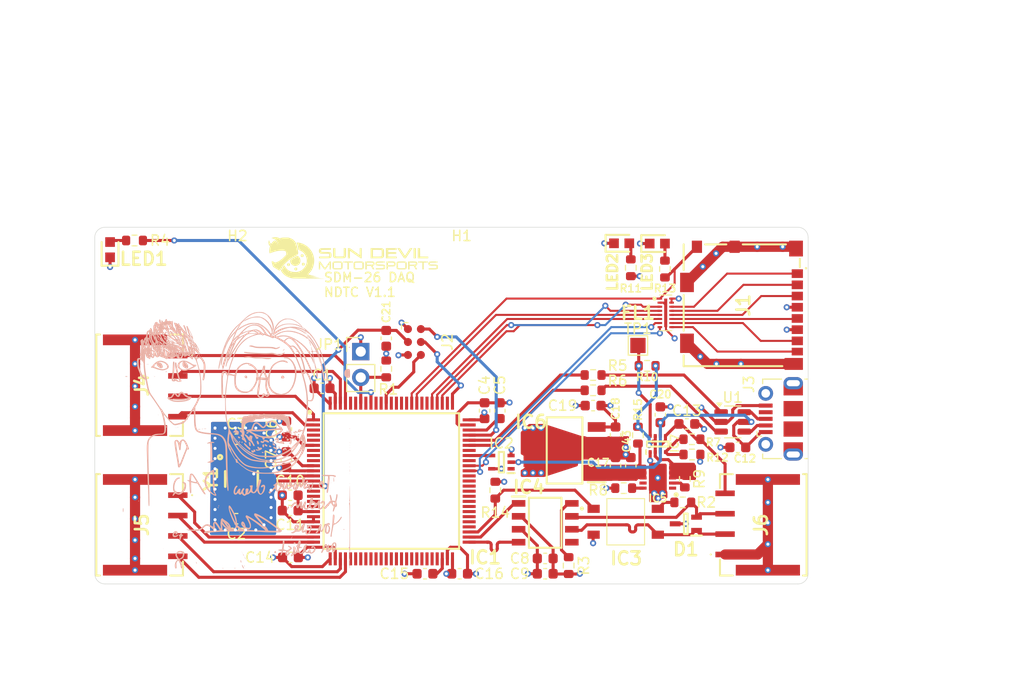
<source format=kicad_pcb>
(kicad_pcb (version 20241229) (generator "pcbnew") (generator_version "9.0")
  (layers (0 "F.Cu" signal) (4 "In1.Cu" signal) (6 "In2.Cu" signal) (2 "B.Cu" signal) (13 "F.Paste" user) (15 "B.Paste" user) (5 "F.SilkS" user "F.Silkscreen") (7 "B.SilkS" user "B.Silkscreen") (1 "F.Mask" user) (3 "B.Mask" user) (25 "Edge.Cuts" user))
  (net 0 "")
  (net 1 "GND")
  (net 2 "/HSE_OUT")
  (net 3 "/HSE_IN")
  (net 4 "+3.3V")
  (net 5 "VCC")
  (net 6 "GNDA")
  (net 7 "VBUS")
  (net 8 "/CAN_LOW")
  (net 9 "/CAN_HI")
  (net 10 "/SDMMC1_D3")
  (net 11 "Net-(FL1-DAT2_EX)")
  (net 12 "/SDMMC1_CMD")
  (net 13 "Net-(FL1-CMD_EX)")
  (net 14 "/SDMMC1_CK")
  (net 15 "Net-(FL1-DAT1_EX)")
  (net 16 "/SDMMC1_D2")
  (net 17 "Net-(FL1-CLK_EX)")
  (net 18 "Net-(FL1-DAT3_EX)")
  (net 19 "/SDMMC1_D0")
  (net 20 "Net-(FL1-DAT0_EX)")
  (net 21 "/SDMMC1_D1")
  (net 22 "/SDMMC1_CD")
  (net 33 "/Reset")
  (net 38 "WheelSpeed_2")
  (net 39 "WheelSpeed_4")
  (net 40 "/USB_OTG_DM")
  (net 45 "/SWDIO")
  (net 49 "Net-(IC1-BOOT0)")
  (net 52 "/USB_OTG_DP")
  (net 54 "/SWCLK")
  (net 62 "/FDCAN2_RX")
  (net 68 "/FDCAN2_TX")
  (net 69 "/USER_LED")
  (net 70 "/ECU_Feedback")
  (net 73 "/CAN_TERM")
  (net 75 "/SWO")
  (net 77 "WheelSpeed_3")
  (net 82 "/USB_OTG_VBUS")
  (net 86 "TC_Prediction")
  (net 90 "WheelSpeed_1")
  (net 92 "Net-(IC3-Pad6)")
  (net 93 "+5V")
  (net 96 "Net-(J3-D+)")
  (net 104 "Net-(J3-D-)")
  (net 105 "Net-(LED1-A)")
  (net 106 "Net-(IC1-VCAP_2)")
  (net 107 "Net-(IC1-VCAP_1)")
  (net 108 "Net-(LED2-A)")
  (net 111 "Net-(IC4-Rs)")
  (net 113 "Net-(IC5-ILIM)")
  (net 115 "Net-(IC5-EN{slash}UVLO)")
  (net 116 "Net-(IC7-ST)")
  (net 117 "Net-(R5-Pad1)")
  (net 118 "Net-(R6-Pad2)")
  (net 119 "/MISC_1")
  (net 120 "/MISC_2")
  (net 125 "Net-(IC7-PR1)")
  (net 126 "Net-(LED3-A)")
  (net 127 "/EFUSE_OUT")
  (footprint "SDM_MiscFootprint:ABM3B" (layer "F.Cu") (at 114.4 139.7 -90)
    (property "Reference" "Y1")
    (property "Value" "ABM3B-8.000MHZ-10-1-U-T" (hide yes))
  )
  (footprint "SDM_MiscFootprint:SM04BULHK1TA1ETBHF" (layer "F.Cu") (at 104.4 130.5 90)
    (property "Reference" "J4")
    (property "Value" "SM04B-ULHK-1TA1-ETB_HF_" (hide yes))
  )
  (footprint "Connector_PinHeader_2.54mm:PinHeader_1x02_P2.54mm_Vertical" (layer "F.Cu") (at 126.1 127.2)
    (property "Reference" "JP1")
    (property "Value" "BOOT")
  )
  (footprint "Resistor_SMD:R_0603_1608Metric" (layer "F.Cu") (at 153.3 135.4 -90)
    (property "Reference" "R15")
    (property "Value" "0")
  )
  (footprint "SDM_MiscFootprint:SOT65P210X110-5L" (layer "F.Cu") (at 139.9 138.05 180)
    (property "Reference" "IC2")
    (property "Value" "74LVC1G17SE-7" (hide yes))
  )
  (footprint "Resistor_SMD:R_0603_1608Metric" (layer "F.Cu") (at 148.9 131)
    (property "Reference" "R6")
    (property "Value" "27")
  )
  (footprint "Capacitor_SMD:C_0603_1608Metric" (layer "F.Cu") (at 132.4 149 180)
    (property "Reference" "C15")
    (property "Value" "2.2uF")
  )
  (footprint "MountingHole:MountingHole_3.2mm_M3" (layer "F.Cu") (at 136 120)
    (property "Reference" "H1")
    (property "Value" "M3")
  )
  (footprint "Capacitor_SMD:C_0603_1608Metric" (layer "F.Cu") (at 118.8 137.8 90)
    (property "Reference" "C7")
    (property "Value" "100nF")
  )
  (footprint "Capacitor_SMD:C_0603_1608Metric" (layer "F.Cu") (at 119.175 142.8 180)
    (property "Reference" "C11")
    (property "Value" "1uF")
  )
  (footprint "Resistor_SMD:R_0603_1608Metric" (layer "F.Cu") (at 154.2 128.6 180)
    (property "Reference" "R10")
    (property "Value" "10k")
  )
  (footprint "Package_TO_SOT_SMD:SOT-23-6" (layer "F.Cu") (at 162.6 134.1)
    (property "Reference" "U1")
    (property "Value" "USBLC6-2SC6")
  )
  (footprint "SDM_MiscFootprint:SM04BULHK1TA1ETBHF" (layer "F.Cu") (at 165.6 144.2 -90)
    (property "Reference" "J6")
    (property "Value" "SM04B-ULHK-1TA1-ETB_HF_" (hide yes))
  )
  (footprint "SDM_MiscFootprint:SOIC127P600X175-8L" (layer "F.Cu") (at 144.2 144)
    (property "Reference" "IC4")
    (property "Value" "SN65HVD230QDR" (hide yes))
  )
  (footprint "SDM_MiscFootprint:1040310811" (layer "F.Cu") (at 163.644 122.655 90)
    (property "Reference" "J1")
    (property "Value" "104031-0811" (hide yes))
  )
  (footprint "Capacitor_SMD:C_0603_1608Metric" (layer "F.Cu") (at 128.6 125.9 -90)
    (property "Reference" "C21")
    (property "Value" "100nF")
  )
  (footprint "SDM_MiscFootprint:SOTFL50P160X60-8L" (layer "F.Cu") (at 155.25 136.2695 90)
    (property "Reference" "IC7")
    (property "Value" "TPS2116DRLR" (hide yes))
  )
  (footprint "TestPoint:TestPoint_Pad_1.5x1.5mm" (layer "F.Cu") (at 153.3 126.6)
    (property "Reference" "TP1")
    (property "Value" "ST_5V")
  )
  (footprint "Capacitor_SMD:C_0603_1608Metric" (layer "F.Cu") (at 139.75 133 -90)
    (property "Reference" "C5")
    (property "Value" "2.2uF")
  )
  (footprint "Resistor_SMD:R_0603_1608Metric" (layer "F.Cu") (at 128.6 128.9 -90)
    (property "Reference" "R1")
    (property "Value" "10k")
  )
  (footprint "Capacitor_SMD:C_0603_1608Metric" (layer "F.Cu") (at 122.3 130.8 180)
    (property "Reference" "C1")
    (property "Value" "100nF")
  )
  (footprint "LOGO" (layer "F.Cu") (at 125.4 118)
    (property "Reference" "G***" (hide yes))
    (property "Value" "LOGO" (hide yes))
  )
  (footprint "SDM_MiscFootprint:LEDC1608X80N" (layer "F.Cu") (at 151.7 116.575)
    (property "Reference" "LED2")
    (property "Value" "150060RS75000" (hide yes))
  )
  (footprint "Resistor_SMD:R_0603_1608Metric" (layer "F.Cu") (at 157.9 139.7 -90)
    (property "Reference" "R9")
    (property "Value" "1M")
  )
  (footprint "Resistor_SMD:R_0603_1608Metric" (layer "F.Cu") (at 139.3 140.8 -90)
    (property "Reference" "R14")
    (property "Value" "10k")
  )
  (footprint "Capacitor_SMD:C_0603_1608Metric" (layer "F.Cu") (at 155.5 133.4 90)
    (property "Reference" "C20")
    (property "Value" "1uF")
  )
  (footprint "SDM_MiscFootprint:Tag-Connect_TC2030-IDC-NL_2x03_P1.27mm_Vertical" (layer "F.Cu") (at 131.365 126.26 -90)
    (property "Reference" "J2")
    (property "Value" "Conn_ARM_SWD_TagConnect_TC2030-NL")
  )
  (footprint "Resistor_SMD:R_0603_1608Metric" (layer "F.Cu") (at 158.6 137.3)
    (property "Reference" "R12")
    (property "Value" "10k")
  )
  (footprint "Capacitor_SMD:C_0603_1608Metric" (layer "F.Cu") (at 113.9 143.6 180)
    (property "Reference" "C2")
    (property "Value" "6pF")
  )
  (footprint "SDM_MiscFootprint:LEDC1608X80N" (layer "F.Cu") (at 101.5 117.2 90)
    (property "Reference" "LED1")
    (property "Value" "150060GS75000" (hide yes))
  )
  (footprint "Capacitor_SMD:C_0603_1608Metric" (layer "F.Cu") (at 135.8 149 180)
    (property "Reference" "C16")
    (property "Value" "100nF")
  )
  (footprint "Capacitor_SMD:C_0603_1608Metric" (layer "F.Cu") (at 152.6 138.375 90)
    (property "Reference" "C43")
    (property "Value" "1uF")
  )
  (footprint "Capacitor_SMD:C_0603_1608Metric" (layer "F.Cu") (at 151.1 138.375 -90)
    (property "Reference" "C17")
    (property "Value" "10uF")
  )
  (footprint "Resistor_SMD:R_0603_1608Metric" (layer "F.Cu") (at 151.9 140.6)
    (property "Reference" "R8")
    (property "Value" "60.4k")
  )
  (footprint "SDM_MiscFootprint:SM04BULHK1TA1ETBHF" (layer "F.Cu") (at 104.4 144.2 90)
    (property "Reference" "J5")
    (property "Value" "SM04B-ULHK-1TA1-ETB_HF_" (hide yes))
  )
  (footprint "Capacitor_SMD:C_0603_1608Metric" (layer "F.Cu") (at 119.175 141.3)
    (property "Reference" "C10")
    (property "Value" "100nF")
  )
  (footprint "Resistor_SMD:R_0603_1608Metric" (layer "F.Cu") (at 148.9 129.5 180)
    (property "Reference" "R5")
    (property "Value" "27")
  )
  (footprint "SDM_MiscFootprint:SOT65P210X110-3N" (layer "F.Cu") (at 158 144.1 180)
    (property "Reference" "D1")
    (property "Value" "ESDCAN03-2BWY" (hide yes))
  )
  (footprint "SDM_MiscFootprint:TLP266J" (layer "F.Cu") (at 152.15 143.9)
    (property "Reference" "IC3")
    (property "Value" "TLP175A_TPL,E" (hide yes))
  )
  (footprint "SDM_MiscFootprint:SON50P300X300X100-11L-D" (layer "F.Cu") (at 155.249 139.6 180)
    (property "Reference" "IC5")
    (property "Value" "TPS259250DRCR" (hide yes))
  )
  (footprint "Capacitor_SMD:C_0603_1608Metric" (layer "F.Cu") (at 163.1 136.6)
    (property "Reference" "C12")
    (property "Value" "100nF")
  )
  (footprint "Resistor_SMD:R_0603_1608Metric" (layer "F.Cu") (at 103.9 116.3 180)
    (property "Reference" "R4")
    (property "Value" "5.05")
  )
  (footprint "Capacitor_SMD:C_0603_1608Metric" (layer "F.Cu") (at 144.2 149)
    (property "Reference" "C9")
    (property "Value" "100nF")
  )
  (footprint "Capacitor_SMD:C_0603_1608Metric" (layer "F.Cu") (at 144.2 147.5)
    (property "Reference" "C8")
    (property "Value" "100nF")
  )
  (footprint "Resistor_SMD:R_0603_1608Metric" (layer "F.Cu") (at 146.5 148.2 90)
    (property "Reference" "R3")
    (property "Value" "10k")
  )
  (footprint "SDM_MiscFootprint:QFP50P1600X1600X160-100L" (layer "F.Cu") (at 129.1 139.9)
    (property "Reference" "IC1")
    (property "Value" "STM32H743VIT6" (hide yes))
  )
  (footprint "Capacitor_SMD:C_0603_1608Metric" (layer "F.Cu") (at 118.8 134.8 90)
    (property "Reference" "C6")
    (property "Value" "100nF")
  )
  (footprint "Capacitor_SMD:C_0603_1608Metric" (layer "F.Cu") (at 151.1 135.375 90)
    (property "Reference" "C18")
    (property "Value" "10uF")
  )
  (footprint "Connector_USB:USB_Micro-B_Molex-105017-0001" (layer "F.Cu") (at 167.3 133.8 90)
    (property "Reference" "J3")
    (property "Value" "USB_B_Micro")
  )
  (footprint "SDM_MiscFootprint:SOT230P700X180-4N" (layer "F.Cu") (at 146.1 136.9 180)
    (property "Reference" "IC6")
    (property "Value" "MIC37100-3.3WS" (hide yes))
  )
  (footprint "MountingHole:MountingHole_3.2mm_M3" (layer "F.Cu") (at 114 120)
    (property "Reference" "H2")
    (property "Value" "M3")
  )
  (footprint "Resistor_SMD:R_0603_1608Metric" (layer "F.Cu") (at 157.7 142)
    (property "Reference" "R2")
    (property "Value" "120")
  )
  (footprint "Capacitor_SMD:C_0603_1608Metric" (layer "F.Cu") (at 113.9 135.8)
    (property "Reference" "C3")
    (property "Value" "6pF")
  )
  (footprint "Resistor_SMD:R_0603_1608Metric" (layer "F.Cu") (at 155.95 119.1 90)
    (property "Reference" "R13")
    (property "Value" "68")
  )
  (footprint "Capacitor_SMD:C_0603_1608Metric" (layer "F.Cu") (at 138.25 133 -90)
    (property "Reference" "C4")
    (property "Value" "100nF")
  )
  (footprint "Capacitor_SMD:C_0603_1608Metric" (layer "F.Cu") (at 158.1 134.3 180)
    (property "Reference" "C13")
    (property "Value" "1uF")
  )
  (footprint "Resistor_SMD:R_0603_1608Metric" (layer "F.Cu") (at 158.6 135.8 180)
    (property "Reference" "R7")
    (property "Value" "10k")
  )
  (footprint "SDM_MiscFootprint:LEDC1608X80N" (layer "F.Cu") (at 155.2 116.6)
    (property "Reference" "LED3")
    (property "Value" "150060RS75000" (hide yes))
  )
  (footprint "Resistor_SMD:R_0603_1608Metric" (layer "F.Cu") (at 152.6 118.975 90)
    (property "Reference" "R11")
    (property "Value" "68")
  )
  (footprint "SDM_MiscFootprint:EMIF06MSD02N16" (layer "F.Cu") (at 155.825 123.4 -90)
    (property "Reference" "FL1")
    (property "Value" "EMIF06-MSD02N16" (hide yes))
  )
  (footprint "Capacitor_SMD:C_0603_1608Metric" (layer "F.Cu") (at 148.9 132.5)
    (property "Reference" "C19")
    (property "Value" "4.7uF")
  )
  (footprint "Capacitor_SMD:C_0603_1608Metric" (layer "F.Cu") (at 119.2 147.4)
    (property "Reference" "C14")
    (property "Value" "100nF")
  )
  (footprint "LOGO" (layer "B.Cu") (at 113.9 135.8 180)
    (property "Reference" "G***" (hide yes))
    (property "Value" "LOGO" (hide yes))
  )
  (gr_line (start 101 115) (end 169 115) (stroke (width 0.05)) (layer "Edge.Cuts"))
  (gr_arc (start 170 149) (mid 169.707107 149.707107) (end 169 150) (stroke (width 0.05)) (layer "Edge.Cuts"))
  (gr_arc (start 100 116) (mid 100.292893 115.292893) (end 101 115) (stroke (width 0.05)) (layer "Edge.Cuts"))
  (gr_arc (start 101 150) (mid 100.292893 149.707107) (end 100 149) (stroke (width 0.05)) (layer "Edge.Cuts"))
  (gr_line (start 100 149) (end 100 116) (stroke (width 0.05)) (layer "Edge.Cuts"))
  (gr_line (start 170 116) (end 170 149) (stroke (width 0.05)) (layer "Edge.Cuts"))
  (gr_line (start 169 150) (end 101 150) (stroke (width 0.05)) (layer "Edge.Cuts"))
  (gr_arc (start 169 115) (mid 169.707107 115.292893) (end 170 116) (stroke (width 0.05)) (layer "Edge.Cuts"))
  (gr_text "SDM-26 DAQ\nNDTC V1.1" (at 122.4 121.9 0) (layer "F.SilkS") (effects (font (size 0.9 0.9)) (justify left bottom)))
  (segment (start 154.5 137.9) (end 154.5 137.0575) (width 0.3) (layer "F.Cu") (net 1))
  (segment (start 113.125 143.6) (end 113.125 141.775) (width 0.3) (layer "F.Cu") (net 1))
  (segment (start 159.414 127.686) (end 158.113 126.385) (width 1) (layer "F.Cu") (net 1))
  (segment (start 113.125 143.6) (end 113.125 144.375) (width 0.3) (layer "F.Cu") (net 1))
  (segment (start 147.575 149.025) (end 147.6 149) (width 0.3) (layer "F.Cu") (net 1))
  (segment (start 138.25 132.225) (end 139.75 132.225) (width 0.3) (layer "F.Cu") (net 1))
  (segment (start 168.638 116.915) (end 168.813 117.09) (width 1) (layer "F.Cu") (net 1))
  (segment (start 136.625 132.225) (end 138.25 132.225) (width 0.3) (layer "F.Cu") (net 1))
  (segment (start 144.975 146.512) (end 144.975 147.5) (width 0.3) (layer "F.Cu") (net 1))
  (segment (start 123.1 132.262) (end 122.987 132.262) (width 0.3) (layer "F.Cu") (net 1))
  (segment (start 149.95 137.6) (end 149.25 136.9) (width 0.3) (layer "F.Cu") (net 1))
  (segment (start 136.575 149) (end 137.4 149) (width 0.3) (layer "F.Cu") (net 1))
  (segment (start 162.788 116.915) (end 161.613 116.915) (width 1) (layer "F.Cu") (net 1))
  (segment (start 163.4 128.41) (end 161 128.41) (width 1) (layer "F.Cu") (net 1))
  (segment (start 166.05 142) (end 166.05 144) (width 1) (layer "F.Cu") (net 1))
  (segment (start 103.95 145.7) (end 103.95 147.5) (width 1) (layer "F.Cu") (net 1))
  (segment (start 152.3 137.3) (end 152.6 137.6) (width 0.3) (layer "F.Cu") (net 1))
  (segment (start 148.9 145.22) (end 148.95 145.17) (width 0.3) (layer "F.Cu") (net 1))
  (segment (start 151.1 137.6) (end 149.95 137.6) (width 0.3) (layer "F.Cu") (net 1))
  (segment (start 139.75 132.225) (end 140.675 132.225) (width 0.3) (layer "F.Cu") (net 1))
  (segment (start 150.2 140.6) (end 151.075 140.6) (width 0.3) (layer "F.Cu") (net 1))
  (segment (start 123.1 147.538) (end 122.338 148.3) (width 0.3) (layer "F.Cu") (net 1))
  (segment (start 140.85 136.85) (end 140.9 136.8) (width 0.3) (layer "F.Cu") (net 1))
  (segment (start 151.65 136.15) (end 151.1 136.15) (width 0.3) (layer "F.Cu") (net 1))
  (segment (start 166.05 139.75) (end 166.05 142) (width 1) (layer "F.Cu") (net 1))
  (segment (start 140.85 137.4) (end 140.85 136.85) (width 0.3) (layer "F.Cu") (net 1))
  (segment (start 103.95 132.6) (end 103.95 133.7) (width 1) (layer "F.Cu") (net 1))
  (segment (start 160.138 128.41) (end 159.414 127.686) (width 1) (layer "F.Cu") (net 1))
  (segment (start 144.975 146.512) (end 141.828 143.365) (width 0.3) (layer "F.Cu") (net 1))
  (segment (start 103.95 140.05) (end 103.95 141.5) (width 1) (layer "F.Cu") (net 1))
  (segment (start 150 136.15) (end 149.25 136.9) (width 0.3) (layer "F.Cu") (net 1))
  (segment (start 118.98781 137.025) (end 118.8 137.025) (width 0.3) (layer "F.Cu") (net 1))
  (segment (start 156.051 123.426) (end 156.025 123.4) (width 0.2) (layer "F.Cu") (net 1))
  (segment (start 118.1 137.025) (end 118.8 137.025) (width 0.3) (layer "F.Cu") (net 1))
  (segment (start 103.95 126.05) (end 103.95 128.4) (width 1) (layer "F.Cu") (net 1))
  (segment (start 113.125 141.775) (end 113.2 141.7) (width 0.3) (layer "F.Cu") (net 1))
  (segment (start 159.28076 134.3) (end 159.79038 134.80962) (width 0.3) (layer "F.Cu") (net 1))
  (segment (start 146.5 149.025) (end 145 149.025) (width 0.3) (layer "F.Cu") (net 1))
  (segment (start 161 128.41) (end 160.138 128.41) (width 1) (layer "F.Cu") (net 1))
  (segment (start 162.788 116.915) (end 165 116.915) (width 1) (layer "F.Cu") (net 1))
  (segment (start 165.8375 132.5) (end 163.012322 132.5) (width 0.3) (layer "F.Cu") (net 1))
  (segment (start 148.9 146) (end 148.9 145.22) (width 0.3) (layer "F.Cu") (net 1))
  (segment (start 141.589 143.465) (end 141.928 143.465) (width 0.3) (layer "F.Cu") (net 1))
  (segment (start 113.125 144.375) (end 112.8 144.7) (width 0.3) (layer "F.Cu") (net 1))
  (segment (start 115.6 139.2) (end 115.6 137.7) (width 0.3) (layer "F.Cu") (net 1))
  (segment (start 134.9 146.4) (end 135.8 146.4) (width 0.3) (layer "F.Cu") (net 1))
  (segment (start 122.338 148.3) (end 119.325 148.3) (width 0.3) (layer "F.Cu") (net 1))
  (segment (start 122.987 132.262) (end 121.525 130.8) (width 0.3) (layer "F.Cu") (net 1))
  (segment (start 123.1 132.362) (end 123.087 132.362) (width 0.3) (layer "F.Cu") (net 1))
  (segment (start 156.025 123.4) (end 156.025 122.625) (width 0.2) (layer "F.Cu") (net 1))
  (segment (start 136.575 147.175) (end 136.575 149) (width 0.3) (layer "F.Cu") (net 1))
  (segment (start 151.1 136.15) (end 150 136.15) (width 0.3) (layer "F.Cu") (net 1))
  (segment (start 156.9 125.9) (end 156.051 125.051) (width 0.2) (layer "F.Cu") (net 1))
  (segment (start 136.738 134.4) (end 135.7 134.4) (width 0.3) (layer "F.Cu") (net 1))
  (segment (start 135.7 134.4) (end 135.55 134.25) (width 0.3) (layer "F.Cu") (net 1))
  (segment (start 165 116.915) (end 167.5 116.915) (width 1) (layer "F.Cu") (net 1))
  (segment (start 161.85 147.11) (end 165.04 147.11) (width 1) (layer "F.Cu") (net 1))
  (segment (start 162.6 133.624998) (end 162.124998 134.1) (width 0.3) (layer "F.Cu") (net 1))
  (segment (start 166.05 146.1) (end 166.05 148.65) (width 1) (layer "F.Cu") (net 1))
  (segment (start 152.1 137.3) (end 151.8 137.6) (width 0.3) (layer "F.Cu") (net 1))
  (segment (start 161.613 116.915) (end 160.964 117.564) (width 1) (layer "F.Cu") (net 1))
  (segment (start 147.2 132.5) (end 148.125 132.5) (width 0.3) (layer "F.Cu") (net 1))
  (segment (start 166.05 144) (end 166.05 146.1) (width 1) (layer "F.Cu") (net 1))
  (segment (start 101.5 117.95) (end 101.5 118.9) (width 0.3) (layer "F.Cu") (net 1))
  (segment (start 156.95 144.1) (end 158 144.1) (width 0.3) (layer "F.Cu") (net 1))
  (segment (start 159.425 137.975) (end 159.4 138) (width 0.3) (layer "F.Cu") (net 1))
  (segment (start 103.95 147.5) (end 103.95 148.599) (width 1) (layer "F.Cu") (net 1))
  (segment (start 118.425 147.4) (end 117.5 147.4) (width 0.3) (layer "F.Cu") (net 1))
  (segment (start 131.625 149) (end 130.4 149) (width 0.3) (layer "F.Cu") (net 1))
  (segment (start 139.3 139.975) (end 140.175 139.975) (width 0.3) (layer "F.Cu") (net 1))
  (segment (start 167.5 116.915) (end 168.638 116.915) (width 1) (layer "F.Cu") (net 1))
  (segment (start 160.964 117.564) (end 159.664 118.864) (width 1) (layer "F.Cu") (net 1))
  (segment (start 118.8 137.1) (end 118.8 137.025) (width 0.2) (layer "F.Cu") (net 1))
  (segment (start 158.875 134.3) (end 159.28076 134.3) (width 0.3) (layer "F.Cu") (net 1))
  (segment (start 134.6 147.538) (end 134.6 146.7) (width 0.3) (layer "F.Cu") (net 1))
  (segment (start 130.73 127.53) (end 129.83 127.53) (width 0.3) (layer "F.Cu") (net 1))
  (segment (start 168.938 125.05) (end 167.9 125.05) (width 0.3) (layer "F.Cu") (net 1))
  (segment (start 144.975 147.5) (end 144.975 149) (width 0.3) (layer "F.Cu") (net 1))
  (segment (start 162.325 136.6) (end 161.4 136.6) (width 0.3) (layer "F.Cu") (net 1))
  (segment (start 135.8 146.4) (end 136.575 147.175) (width 0.3) (layer "F.Cu") (net 1))
  (segment (start 152.1 137.3) (end 152.3 137.3) (width 0.3) (layer "F.Cu") (net 1))
  (segment (start 103.95 130.6) (end 103.95 132.6) (width 1) (layer "F.Cu") (net 1))
  (segment (start 155.45 122.4) (end 155.8 122.4) (width 0.2) (layer "F.Cu") (net 1))
  (segment (start 146.5 149.025) (end 147.575 149.025) (width 0.3) (layer "F.Cu") (net 1))
  (segment (start 141.828 143.365) (end 141.589 143.365) (width 0.3) (layer "F.Cu") (net 1))
  (segment (start 163.012322 132.5) (end 162.6 132.912322) (width 0.3) (layer "F.Cu") (net 1))
  (segment (start 128.6 127.4) (end 128.6 126.675) (width 0.3) (layer "F.Cu") (net 1))
  (segment (start 103.95 141.5) (end 103.95 143.6) (width 1) (layer "F.Cu") (net 1))
  (segment (start 159.664 118.864) (end 158.113 120.415) (width 1) (layer "F.Cu") (net 1))
  (segment (start 160.91924 134.1) (end 159.50962 132.69038) (width 0.3) (layer "F.Cu") (net 1))
  (segment (start 113.125 135.8) (end 113.125 135.025) (width 0.3) (layer "F.Cu") (net 1))
  (segment (start 140.675 132.225) (end 140.7 132.2) (width 0.3) (layer "F.Cu") (net 1))
  (segment (start 161.4625 134.1) (end 160.91924 134.1) (width 0.3) (layer "F.Cu") (net 1))
  (segment (start 155.5 132.625) (end 156.475 132.625) (width 0.3) (layer "F.Cu") (net 1))
  (segment (start 159.425 137.3) (end 159.425 137.975) (width 0.3) (layer "F.Cu") (net 1))
  (segment (start 156.475 132.625) (end 156.5 132.6) (width 0.3) (layer "F.Cu") (net 1))
  (segment (start 103.95 133.7) (end 103.95 134.95) (width 1) (layer "F.Cu") (net 1))
  (segment (start 120.36281 138.4) (end 118.98781 137.025) (width 0.3) (layer "F.Cu") (net 1))
  (segment (start 135.55 134.25) (end 135.55 133.3) (width 0.3) (layer "F.Cu") (net 1))
  (segment (start 118.125 134.025) (end 118.8 134.025) (width 0.3) (layer "F.Cu") (net 1))
  (segment (start 151.1 137.6) (end 151.1 136.15) (width 0.3) (layer "F.Cu") (net 1))
  (segment (start 156.025 122.625) (end 155.8 122.4) (width 0.2) (layer "F.Cu") (net 1))
  (segment (start 123.1 132.362) (end 123.1 132.175) (width 0.3) (layer "F.Cu") (net 1))
  (segment (start 121.525 130.8) (end 121.525 129.8) (width 0.3) (layer "F.Cu") (net 1))
  (segment (start 152.1 136.6) (end 151.65 136.15) (width 0.3) (layer "F.Cu") (net 1))
  (segment (start 121.462 138.4) (end 120.36281 138.4) (width 0.3) (layer "F.Cu") (net 1))
  (segment (start 103.95 128.4) (end 103.95 130.6) (width 1) (layer "F.Cu") (net 1))
  (segment (start 128.6 128.075) (end 128.6 127.4) (width 0.3) (layer "F.Cu") (net 1))
  (segment (start 162.6 132.912322) (end 162.6 133.624998) (width 0.3) (layer "F.Cu") (net 1))
  (segment (start 150.95 116.575) (end 150 116.575) (width 0.3) (layer "F.Cu") (net 1))
  (segment (start 162.124998 134.1) (end 161.4625 134.1) (width 0.3) (layer "F.Cu") (net 1))
  (segment (start 103.95 143.6) (end 103.95 145.7) (width 1) (layer "F.Cu") (net 1))
  (segment (start 119.325 148.3) (end 118.425 147.4) (width 0.3) (layer "F.Cu") (net 1))
  (segment (start 165.04 147.11) (end 166.05 146.1) (width 1) (layer "F.Cu") (net 1))
  (segment (start 151.8 137.6) (end 151.1 137.6) (width 0.3) (layer "F.Cu") (net 1))
  (segment (start 135.55 133.3) (end 136.625 132.225) (width 0.3) (layer "F.Cu") (net 1))
  (segment (start 134.6 146.7) (end 134.9 146.4) (width 0.3) (layer "F.Cu") (net 1))
  (segment (start 113.125 135.025) (end 112.8 134.7) (width 0.3) (layer "F.Cu") (net 1))
  (segment (start 154.45 116.6) (end 153.5 116.6) (width 0.3) (layer "F.Cu") (net 1))
  (segment (start 156.051 125.051) (end 156.051 123.426) (width 0.2) (layer "F.Cu") (net 1))
  (segment (start 168.588 128.41) (end 163.4 128.41) (width 1) (layer "F.Cu") (net 1))
  (segment (start 145 149.025) (end 144.975 149) (width 0.3) (layer "F.Cu") (net 1))
  (via (at 117.299997 138.6) (size 0.6) (drill 0.3) (layers "F.Cu" "B.Cu") (net 1))
  (via (at 166.05 139.75) (size 0.6) (drill 0.3) (layers "F.Cu" "B.Cu") (net 1))
  (via (at 111.8 138.7) (size 0.6) (drill 0.3) (layers "F.Cu" "B.Cu") (net 1))
  (via (at 140.7 132.2) (size 0.6) (drill 0.3) (layers "F.Cu" "B.Cu") (net 1))
  (via (at 121.525 129.8) (size 0.6) (drill 0.3) (layers "F.Cu" "B.Cu") (net 1))
  (via (at 147.6 149) (size 0.6) (drill 0.3) (layers "F.Cu" "B.Cu") (net 1))
  (via (at 112.8 144.7) (size 0.6) (drill 0.3) (layers "F.Cu" "B.Cu") (net 1))
  (via (at 117.3 143.5) (size 0.6) (drill 0.3) (layers "F.Cu" "B.Cu") (net 1))
  (via (at 111.8 143.7) (size 0.6) (drill 0.3) (layers "F.Cu" "B.Cu") (net 1))
  (via (at 167.9 125.05) (size 0.6) (drill 0.3) (layers "F.Cu" "B.Cu") (net 1))
  (via (at 114.8 144.7) (size 0.6) (drill 0.3) (layers "F.Cu" "B.Cu") (net 1))
  (via (at 152.1 136.6) (size 0.6) (drill 0.3) (layers "F.Cu" "B.Cu") (net 1))
  (via (at 111.8 136.7) (size 0.6) (drill 0.3) (layers "F.Cu" "B.Cu") (net 1))
  (via (at 115.6 139.2) (size 0.6) (drill 0.3) (layers "F.Cu" "B.Cu") (net 1))
  (via (at 148.9 146) (size 0.6) (drill 0.3) (layers "F.Cu" "B.Cu") (net 1))
  (via (at 140.9 136.8) (size 0.6) (drill 0.3) (layers "F.Cu" "B.Cu") (net 1))
  (via (at 159.4 138) (size 0.6) (drill 0.3) (layers "F.Cu" "B.Cu") (net 1))
  (via (at 158 144.1) (size 0.6) (drill 0.3) (layers "F.Cu" "B.Cu") (net 1))
  (via (at 163.4 128.41) (size 0.6) (drill 0.3) (layers "F.Cu" "B.Cu") (net 1))
  (via (at 156.9 125.9) (size 0.6) (drill 0.3) (layers "F.Cu" "B.Cu") (net 1))
  (via (at 159.414 127.686) (size 0.6) (drill 0.3) (layers "F.Cu" "B.Cu") (net 1))
  (via (at 161 128.41) (size 0.6) (drill 0.3) (layers "F.Cu" "B.Cu") (net 1))
  (via (at 115.8 134.7) (size 0.6) (drill 0.3) (layers "F.Cu" "B.Cu") (net 1))
  (via (at 166.05 146.1) (size 0.6) (drill 0.3) (layers "F.Cu" "B.Cu") (net 1))
  (via (at 166.05 144) (size 0.6) (drill 0.3) (layers "F.Cu" "B.Cu") (net 1))
  (via (at 103.95 145.7) (size 0.6) (drill 0.3) (layers "F.Cu" "B.Cu") (net 1))
  (via (at 137.4 149) (size 0.6) (drill 0.3) (layers "F.Cu" "B.Cu") (net 1))
  (via (at 114.8 134.7) (size 0.6) (drill 0.3) (layers "F.Cu" "B.Cu") (net 1))
  (via (at 161.4 136.6) (size 0.6) (drill 0.3) (layers "F.Cu" "B.Cu") (net 1))
  (via (at 103.95 139.75) (size 0.6) (drill 0.3) (layers "F.Cu" "B.Cu") (net 1))
  (via (at 103.95 128.4) (size 0.6) (drill 0.3) (layers "F.Cu" "B.Cu") (net 1))
  (via (at 159.50962 132.69038) (size 0.6) (drill 0.3) (layers "F.Cu" "B.Cu") (net 1))
  (via (at 142.2 139.1) (size 0.6) (drill 0.3) (layers "F.Cu" "B.Cu") (net 1))
  (via (at 159.79038 134.80962) (size 0.6) (drill 0.3) (layers "F.Cu" "B.Cu") (net 1))
  (via (at 103.95 143.6) (size 0.6) (drill 0.3) (layers "F.Cu" "B.Cu") (net 1))
  (via (at 155.7 141.1) (size 0.6) (drill 0.3) (layers "F.Cu" "B.Cu") (net 1))
  (via (at 117.3 135.9) (size 0.6) (drill 0.3) (layers "F.Cu" "B.Cu") (net 1))
  (via (at 111.8 139.7) (size 0.6) (drill 0.3) (layers "F.Cu" "B.Cu") (net 1))
  (via (at 103.95 134.95) (size 0.6) (drill 0.3) (layers "F.Cu" "B.Cu") (net 1))
  (via (at 117.3 136.9) (size 0.6) (drill 0.3) (layers "F.Cu" "B.Cu") (net 1))
  (via (at 117.3 137.9) (size 0.6) (drill 0.3) (layers "F.Cu" "B.Cu") (net 1))
  (via (at 117.5 147.4) (size 0.6) (drill 0.3) (layers "F.Cu" "B.Cu") (net 1))
  (via (at 167.5 116.915) (size 0.6) (drill 0.3) (layers "F.Cu" "B.Cu") (net 1))
  (via (at 111.8 142.7) (size 0.6) (drill 0.3) (layers "F.Cu" "B.Cu") (net 1))
  (via (at 116.6 144.2) (size 0.6) (drill 0.3) (layers "F.Cu" "B.Cu") (net 1))
  (via (at 103.95 141.5) (size 0.6) (drill 0.3) (layers "F.Cu" "B.Cu") (net 1))
  (via (at 159.664 118.864) (size 0.6) (drill 0.3) (layers "F.Cu" "B.Cu") (net 1))
  (via (at 150 116.575) (size 0.6) (drill 0.3) (layers "F.Cu" "B.Cu") (net 1))
  (via (at 103.95 147.5) (size 0.6) (drill 0.3) (layers "F.Cu" "B.Cu") (net 1))
  (via (at 155.249 139.6) (size 0.6) (drill 0.3) (layers "F.Cu" "B.Cu") (net 1))
  (via (at 130.4 149) (size 0.6) (drill 0.3) (layers "F.Cu" "B.Cu") (net 1))
  (via (at 113.8 144.7) (size 0.6) (drill 0.3) (layers "F.Cu" "B.Cu") (net 1))
  (via (at 154.9 141.1) (size 0.6) (drill 0.3) (layers "F.Cu" "B.Cu") (net 1))
  (via (at 160.964 117.564) (size 0.6) (drill 0.3) (layers "F.Cu" "B.Cu") (net 1))
  (via (at 128.6 127.4) (size 0.6) (drill 0.3) (layers "F.Cu" "B.Cu") (net 1))
  (via (at 147.2 132.5) (size 0.6) (drill 0.3) (layers "F.Cu" "B.Cu") (net 1))
  (via (at 111.8 135.7) (size 0.6) (drill 0.3) (layers "F.Cu" "B.Cu") (net 1))
  (via (at 112.8 134.7) (size 0.6) (drill 0.3) (layers "F.Cu" "B.Cu") (net 1))
  (via (at 111.8 134.7) (size 0.6) (drill 0.3) (layers "F.Cu" "B.Cu") (net 1))
  (via (at 166.05 142) (size 0.6) (drill 0.3) (layers "F.Cu" "B.Cu") (net 1))
  (via (at 140.175 139.975) (size 0.6) (drill 0.3) (layers "F.Cu" "B.Cu") (net 1))
  (via (at 115.8 144.7) (size 0.6) (drill 0.3) (layers "F.Cu" "B.Cu") (net 1))
  (via (at 103.95 148.65) (size 0.6) (drill 0.3) (layers "F.Cu" "B.Cu") (net 1))
  (via (at 166.05 148.65) (size 0.6) (drill 0.3) (layers "F.Cu" "B.Cu") (net 1))
  (via (at 103.95 130.6) (size 0.6) (drill 0.3) (layers "F.Cu" "B.Cu") (net 1))
  (via (at 103.95 126.05) (size 0.6) (drill 0.3) (layers "F.Cu" "B.Cu") (net 1))
  (via (at 101.5 118.9) (size 0.6) (drill 0.3) (layers "F.Cu" "B.Cu") (net 1))
  (via (at 117.3 142.5) (size 0.6) (drill 0.3) (layers "F.Cu" "B.Cu") (net 1))
  (via (at 143.8 139.1) (size 0.6) (drill 0.3) (layers "F.Cu" "B.Cu") (net 1))
  (via (at 143.8 134.7) (size 0.6) (drill 0.3) (layers "F.Cu" "B.Cu") (net 1))
  (via (at 117.3 140.8) (size 0.6) (drill 0.3) (layers "F.Cu" "B.Cu") (net 1))
  (via (at 143 139.1) (size 0.6) (drill 0.3) (layers "F.Cu" "B.Cu") (net 1))
  (via (at 165 116.915) (size 0.6) (drill 0.3) (layers "F.Cu" "B.Cu") (net 1))
  (via (at 150.2 140.6) (size 0.6) (drill 0.3) (layers "F.Cu" "B.Cu") (net 1))
  (via (at 113.8 134.7) (size 0.6) (drill 0.3) (layers "F.Cu" "B.Cu") (net 1))
  (via (at 111.8 141.7) (size 0.6) (drill 0.3) (layers "F.Cu" "B.Cu") (net 1))
  (via (at 118.125 134.025) (size 0.6) (drill 0.3) (layers "F.Cu" "B.Cu") (net 1))
  (via (at 143 134.7) (size 0.6) (drill 0.3) (layers "F.Cu" "B.Cu") (net 1))
  (via (at 118.1 137.025) (size 0.6) (drill 0.3) (layers "F.Cu" "B.Cu") (net 1))
  (via (at 111.8 144.7) (size 0.6) (drill 0.3) (layers "F.Cu" "B.Cu") (net 1))
  (via (at 129.8 127.56) (size 0.6) (drill 0.3) (layers "F.Cu" "B.Cu") (net 1))
  (via (at 156.5 132.6) (size 0.6) (drill 0.3) (layers "F.Cu" "B.Cu") (net 1))
  (via (at 155.3 141.6) (size 0.6) (drill 0.3) (layers "F.Cu" "B.Cu") (net 1))
  (via (at 116.6 135.2) (size 0.6) (drill 0.3) (layers "F.Cu" "B.Cu") (net 1))
  (via (at 154.5 137.9) (size 0.6) (drill 0.3) (layers "F.Cu" "B.Cu") (net 1))
  (via (at 111.8 137.7) (size 0.6) (drill 0.3) (layers "F.Cu" "B.Cu") (net 1))
  (via (at 142.2 134.7) (size 0.6) (drill 0.3) (layers "F.Cu" "B.Cu") (net 1))
  (via (at 111.8 140.7) (size 0.6) (drill 0.3) (layers "F.Cu" "B.Cu") (net 1))
  (via (at 103.95 132.6) (size 0.6) (drill 0.3) (layers "F.Cu" "B.Cu") (net 1))
  (via (at 153.5 116.6) (size 0.6) (drill 0.3) (layers "F.Cu" "B.Cu") (net 1))
  (via (at 117.3 141.5) (size 0.6) (drill 0.3) (layers "F.Cu" "B.Cu") (net 1))
  (via (at 152.1 137.3) (size 0.6) (drill 0.3) (layers "F.Cu" "B.Cu") (net 1))
  (segment (start 116.6 142.7) (end 115.7 143.6) (width 0.3) (layer "F.Cu") (net 2))
  (segment (start 115.7 143.6) (end 114.675 143.6) (width 0.3) (layer "F.Cu") (net 2))
  (segment (start 117.279346 139.9) (end 116.6 140.579346) (width 0.3) (layer "F.Cu") (net 2))
  (segment (start 114.675 143.6) (end 114.675 142.625) (width 0.3) (layer "F.Cu") (net 2))
  (segment (start 121.462 139.9) (end 117.279346 139.9) (width 0.3) (layer "F.Cu") (net 2))
  (segment (start 116.6 140.579346) (end 116.6 142.7) (width 0.3) (layer "F.Cu") (net 2))
  (segment (start 114.675 142.625) (end 115.6 141.7) (width 0.3) (layer "F.Cu") (net 2))
  (segment (start 115.902 135.8) (end 114.675 135.8) (width 0.3) (layer "F.Cu") (net 3))
  (segment (start 113.2 137.7) (end 113.2 137.275) (width 0.3) (layer "F.Cu") (net 3))
  (segment (start 113.2 137.275) (end 114.675 135.8) (width 0.3) (layer "F.Cu") (net 3))
  (segment (start 117.1 139.4) (end 116.551 138.851) (width 0.3) (layer "F.Cu") (net 3))
  (segment (start 116.551 136.449) (end 115.902 135.8) (width 0.3) (layer "F.Cu") (net 3))
  (segment (start 116.551 138.851) (end 116.551 136.449) (width 0.3) (layer "F.Cu") (net 3))
  (segment (start 121.462 139.4) (end 117.1 139.4) (width 0.3) (layer "F.Cu") (net 3))
  (segment (start 123.075 129.825) (end 123.1 129.8) (width 0.3) (layer "F.Cu") (net 4))
  (segment (start 119.675 135.575) (end 118.8 135.575) (width 0.3) (layer "F.Cu") (net 4))
  (segment (start 123.4 146.4) (end 120.83302 146.4) (width 0.3) (layer "F.Cu") (net 4))
  (segment (start 121.462 143.9) (end 121.462 143.501) (width 0.3) (layer "F.Cu") (net 4))
  (segment (start 152.6 119.8) (end 153.475 119.8) (width 0.3) (layer "F.Cu") (net 4))
  (segment (start 130.1 124.36) (end 130.73 124.99) (width 0.3) (layer "F.Cu") (net 4))
  (segment (start 118.8 135.575) (end 118.125 135.575) (width 0.3) (layer "F.Cu") (net 4))
  (segment (start 120 147.3) (end 119.975 147.3) (width 0.2) (layer "F.Cu") (net 4))
  (segment (start 156.6 122) (end 157.3 122) (width 0.2) (layer "F.Cu") (net 4))
  (segment (start 120.83302 146.4) (end 119.975 147.25802) (width 0.3) (layer "F.Cu") (net 4))
  (segment (start 136.738 133.9) (end 138.125 133.9) (width 0.3) (layer "F.Cu") (net 4))
  (segment (start 119.975 147.25802) (end 119.975 147.4) (width 0.3) (layer "F.Cu") (net 4))
  (segment (start 123.6 132.262) (end 123.6 131.325) (width 0.3) (layer "F.Cu") (net 4))
  (segment (start 143.425 147.5) (end 143.425 149) (width 0.3) (layer "F.Cu") (net 4))
  (segment (start 135.025 149) (end 135.101 148.924) (width 0.3) (layer "F.Cu") (net 4))
  (segment (start 126.1 127.16) (end 126.1 125.8) (width 0.3) (layer "F.Cu") (net 4))
  (segment (start 120.5 136.4) (end 119.675 135.575) (width 0.3) (layer "F.Cu") (net 4))
  (segment (start 135.025 149) (end 134.5 149) (width 0.3) (layer "F.Cu") (net 4))
  (segment (start 138.25 133.196526) (end 138.228474 133.175) (width 0.3) (layer "F.Cu") (net 4))
  (segment (start 149.675 132.5) (end 150.6 132.5) (width 0.3) (layer "F.Cu") (net 4))
  (segment (start 119.5 143.9) (end 121.462 143.9) (width 0.3) (layer "F.Cu") (net 4))
  (segment (start 143.425 146.232) (end 143.425 147.5) (width 0.3) (layer "F.Cu") (net 4))
  (segment (start 156.6 122) (end 156.6 122.4) (width 0.2) (layer "F.Cu") (net 4))
  (segment (start 118.4 142.8) (end 119.5 143.9) (width 0.3) (layer "F.Cu") (net 4))
  (segment (start 149.25 134.6) (end 151.1 134.6) (width 0.3) (layer "F.Cu") (net 4))
  (segment (start 123.6 146.6) (end 123.4 146.4) (width 0.3) (layer "F.Cu") (net 4))
  (segment (start 123.6 147.538) (end 123.6 146.6) (width 0.3) (layer "F.Cu") (net 4))
  (segment (start 135.101 148.924) (end 135.101 147.538) (width 0.3) (layer "F.Cu") (net 4))
  (segment (start 139.9 138.7) (end 138.95 138.7) (width 0.3) (layer "F.Cu") (net 4))
  (segment (start 123.6 131.325) (end 123.075 130.8) (width 0.3) (layer "F.Cu") (net 4))
  (segment (start 118.8 138.575) (end 118.125 138.575) (width 0.3) (layer "F.Cu") (net 4))
  (segment (start 151.1 134.6) (end 151.1 133.925) (width 0.3) (layer "F.Cu") (net 4))
  (segment (start 143.425 146.232) (end 141.828 144.635) (width 0.3) (layer "F.Cu") (net 4))
  (segment (start 118.125 138.575) (end 118.1 138.6) (width 0.3) (layer "F.Cu") (net 4))
  (segment (start 143.425 149) (end 142.5 149) (width 0.3) (layer "F.Cu") (net 4))
  (segment (start 138.25 133.775) (end 138.25 133.196526) (width 0.3) (layer "F.Cu") (net 4))
  (segment (start 123.075 130.8) (end 123.075 129.8) (width 0.3) (layer "F.Cu") (net 4))
  (segment (start 121.462 136.4) (end 120.5 136.4) (width 0.3) (layer "F.Cu") (net 4))
  (segment (start 141.828 144.635) (end 141.589 144.635) (width 0.3) (layer "F.Cu") (net 4))
  (segment (start 151.1 133.925) (end 149.675 132.5) (width 0.3) (layer "F.Cu") (net 4))
  (segment (start 168.938 122.85) (end 167.9 122.85) (width 0.3) (layer "F.Cu") (net 4))
  (segment (start 138.125 133.9) (end 138.25 133.775) (width 0.3) (layer "F.Cu") (net 4))
  (segment (start 120.9 147.4) (end 119.975 147.4) (width 0.3) (layer "F.Cu") (net 4))
  (segment (start 119.125 138.9) (end 118.8 138.575) (width 0.3) (layer "F.Cu") (net 4))
  (segment (start 121.462 138.9) (end 119.125 138.9) (width 0.3) (layer "F.Cu") (net 4))
  (segment (start 141.589 144.735) (end 141.928 144.735) (width 0.3) (layer "F.Cu") (net 4))
  (segment (start 118.4 141.3) (end 118.4 142.8) (width 0.3) (layer "F.Cu") (net 4))
  (via (at 118.4 141.3) (size 0.6) (drill 0.3) (layers "F.Cu" "B.Cu") (net 4))
  (via (at 138.228474 133.175) (size 0.6) (drill 0.3) (layers "F.Cu" "B.Cu") (net 4))
  (via (at 153.475 119.8) (size 0.6) (drill 0.3) (layers "F.Cu" "B.Cu") (net 4))
  (via (at 126.1 125.8) (size 0.6) (drill 0.3) (layers "F.Cu" "B.Cu") (net 4))
  (via (at 150.6 132.5) (size 0.6) (drill 0.3) (layers "F.Cu" "B.Cu") (net 4))
  (via (at 134.5 149) (size 0.6) (drill 0.3) (layers "F.Cu" "B.Cu") (net 4))
  (via (at 142.5 149) (size 0.6) (drill 0.3) (layers "F.Cu" "B.Cu") (net 4))
  (via (at 118.1 138.6) (size 0.6) (drill 0.3) (layers "F.Cu" "B.Cu") (net 4))
  (via (at 120.9 147.4) (size 0.6) (drill 0.3) (layers "F.Cu" "B.Cu") (net 4))
  (via (at 130.1 124.36) (size 0.6) (drill 0.3) (layers "F.Cu" "B.Cu") (net 4))
  (via (at 157.3 122) (size 0.6) (drill 0.3) (layers "F.Cu" "B.Cu") (net 4))
  (via (at 167.9 122.85) (size 0.6) (drill 0.3) (layers "F.Cu" "B.Cu") (net 4))
  (via (at 118.125 135.575) (size 0.6) (drill 0.3) (layers "F.Cu" "B.Cu") (net 4))
  (via (at 123.075 129.8) (size 0.6) (drill 0.3) (layers "F.Cu" "B.Cu") (net 4))
  (via (at 139.9 138.7) (size 0.6) (drill 0.3) (layers "F.Cu" "B.Cu") (net 4))
  (segment (start 161.85 141.11) (end 161.85 138.225) (width 0.3) (layer "F.Cu") (net 5))
  (segment (start 161.85 138.225) (end 159.425 135.8) (width 0.3) (layer "F.Cu") (net 5))
  (segment (start 161.9 141.06) (end 161.85 141.11) (width 0.3) (layer "F.Cu") (net 5))
  (segment (start 157.1815 134.3) (end 156 135.4815) (width 0.3) (layer "F.Cu") (net 5))
  (segment (start 155.5 137.0575) (end 155.5 136.4195) (width 0.3) (layer "F.Cu") (net 5))
  (segment (start 157.325 134.3) (end 157.1815 134.3) (width 0.3) (layer "F.Cu") (net 5))
  (segment (start 159.425 135.8) (end 159.034774 135.8) (width 0.3) (layer "F.Cu") (net 5))
  (segment (start 157.175 134.4) (end 157.0815 134.4) (width 0.3) (layer "F.Cu") (net 5))
  (segment (start 159.034774 135.8) (end 157.534774 134.3) (width 0.3) (layer "F.Cu") (net 5))
  (segment (start 155.5 136.4195) (end 156.001 135.9185) (width 0.3) (layer "F.Cu") (net 5))
  (segment (start 157.534774 134.3) (end 157.325 134.3) (width 0.3) (layer "F.Cu") (net 5))
  (segment (start 156.001 135.9185) (end 156.001 135.4815) (width 0.3) (layer "F.Cu") (net 5))
  (segment (start 120.05 142.9) (end 119.95 142.8) (width 0.3) (layer "F.Cu") (net 6))
  (segment (start 121.462 142.9) (end 120.05 142.9) (width 0.3) (layer "F.Cu") (net 6))
  (segment (start 120.15 143) (end 119.95 142.8) (width 0.3) (layer "F.Cu") (net 6))
  (segment (start 119.95 142.8) (end 119.95 142.85) (width 0.3) (layer "F.Cu") (net 6))
  (segment (start 119.95 142.8) (end 119.95 141.3) (width 0.3) (layer "F.Cu") (net 6))
  (segment (start 155.5 135.4815) (end 155.5 134.175) (width 0.3) (layer "F.Cu") (net 7))
  (segment (start 165.8375 135.1) (end 165.3625 135.1) (width 0.3) (layer "F.Cu") (net 7))
  (segment (start 163.875 136.6) (end 165.375 135.1) (width 0.3) (layer "F.Cu") (net 7))
  (segment (start 162.7 134.475001) (end 163.075001 134.1) (width 0.3) (layer "F.Cu") (net 7))
  (segment (start 163.875 136.6) (end 162.7 135.425) (width 0.3) (layer "F.Cu") (net 7))
  (segment (start 141.574998 138.05) (end 140.85 138.05) (width 0.3) (layer "F.Cu") (net 7))
  (segment (start 165.375 135.1) (end 165.8375 135.1) (width 0.3) (layer "F.Cu") (net 7))
  (segment (start 163.7375 134.1) (end 164.43076 134.1) (width 0.3) (layer "F.Cu") (net 7))
  (segment (start 162.7 135.425) (end 162.7 134.475001) (width 0.3) (layer "F.Cu") (net 7))
  (segment (start 163.075001 134.1) (end 163.7375 134.1) (width 0.3) (layer "F.Cu") (net 7))
  (via (at 141.574998 138.05) (size 0.6) (drill 0.3) (layers "F.Cu" "B.Cu") (net 7))
  (via (at 164.43076 134.1) (size 0.6) (drill 0.3) (layers "F.Cu" "B.Cu") (net 7))
  (via (at 155.5 134.175) (size 0.6) (drill 0.3) (layers "F.Cu" "B.Cu") (net 7))
  (segment (start 163.77976 133.449) (end 156.226 133.449) (width 0.3) (layer "B.Cu") (net 7))
  (segment (start 164.43076 134.1) (end 163.77976 133.449) (width 0.3) (layer "B.Cu") (net 7))
  (segment (start 156.226 133.449) (end 155.5 134.175) (width 0.3) (layer "B.Cu") (net 7))
  (segment (start 155.5 137.9) (end 155.5 134.175) (width 0.3) (layer "B.Cu") (net 7))
  (segment (start 148.870654 138.05) (end 141.574998 138.05) (width 0.3) (layer "B.Cu") (net 7))
  (segment (start 149.371654 138.551) (end 154.849 138.551) (width 0.3) (layer "B.Cu") (net 7))
  (segment (start 148.870654 138.05) (end 149.371654 138.551) (width 0.3) (layer "B.Cu") (net 7))
  (segment (start 154.849 138.551) (end 155.5 137.9) (width 0.3) (layer "B.Cu") (net 7))
  (segment (start 152.474393 144.653739) (end 152.474393 144.44) (width 0.3) (layer "F.Cu") (net 8))
  (segment (start 161.84 145.1) (end 161.85 145.11) (width 0.3) (layer "F.Cu") (net 8))
  (segment (start 155.25 145.17) (end 154.28 144.2) (width 0.3) (layer "F.Cu") (net 8))
  (segment (start 158.53 145.17) (end 155.25 145.17) (width 0.3) (layer "F.Cu") (net 8))
  (segment (start 152.834393 144.893739) (end 152.714393 144.893739) (width 0.3) (layer "F.Cu") (net 8))
  (segment (start 161.85 145.11) (end 159.41 145.11) (width 0.3) (layer "F.Cu") (net 8))
  (segment (start 152.234393 144.2) (end 152.114393 144.2) (width 0.3) (layer "F.Cu") (net 8))
  (segment (start 154.28 144.2) (end 153.314393 144.2) (width 0.3) (layer "F.Cu") (net 8))
  (segment (start 159.05 144.75) (end 158.95 144.75) (width 0.3) (layer "F.Cu") (net 8))
  (segment (start 158.95 144.75) (end 158.53 145.17) (width 0.3) (layer "F.Cu") (net 8))
  (segment (start 153.074393 144.44) (end 153.074393 144.653739) (width 0.3) (layer "F.Cu") (net 8))
  (segment (start 159.41 145.11) (end 159.05 144.75) (width 0.3) (layer "F.Cu") (net 8))
  (segment (start 148.3 144.2) (end 147.765 144.735) (width 0.3) (layer "F.Cu") (net 8))
  (segment (start 147.765 144.735) (end 146.811 144.735) (width 0.3) (layer "F.Cu") (net 8))
  (segment (start 152.114393 144.2) (end 149.986537 144.2) (width 0.3) (layer "F.Cu") (net 8))
  (segment (start 149.986537 144.2) (end 148.3 144.2) (width 0.3) (layer "F.Cu") (net 8))
  (arc (start 152.474393 144.44) (mid 152.404099 144.270294) (end 152.234393 144.2) (width 0.3) (layer "F.Cu") (net 8))
  (arc (start 153.314393 144.2) (mid 153.144687 144.270294) (end 153.074393 144.44) (width 0.3) (layer "F.Cu") (net 8))
  (arc (start 153.074393 144.653739) (mid 153.004099 144.823445) (end 152.834393 144.893739) (width 0.3) (layer "F.Cu") (net 8))
  (arc (start 152.714393 144.893739) (mid 152.544687 144.823445) (end 152.474393 144.653739) (width 0.3) (layer "F.Cu") (net 8))
  (segment (start 159.39 143.11) (end 159.05 143.45) (width 0.3) (layer "F.Cu") (net 9))
  (segment (start 159.05 143.45) (end 159.05 142.525) (width 0.3) (layer "F.Cu") (net 9))
  (segment (start 146.811 143.465) (end 157.06 143.465) (width 0.3) (layer "F.Cu") (net 9))
  (segment (start 157.06 143.465) (end 158.525 142) (width 0.3) (layer "F.Cu") (net 9))
  (segment (start 161.85 143.11) (end 161.84 143.1) (width 0.3) (layer "F.Cu") (net 9))
  (segment (start 161.85 143.11) (end 159.39 143.11) (width 0.3) (layer "F.Cu") (net 9))
  (segment (start 159.05 142.525) (end 158.525 142) (width 0.3) (layer "F.Cu") (net 9))
  (segment (start 140.861931 124.6) (end 140.4396 124.6) (width 0.2) (layer "F.Cu") (net 10))
  (segment (start 140.4396 124.6) (end 133.6 131.4396) (width 0.2) (layer "F.Cu") (net 10))
  (segment (start 133.6 131.4396) (end 133.6 132.262) (width 0.2) (layer "F.Cu") (net 10))
  (segment (start 150.6 123.2) (end 155.45 123.2) (width 0.2) (layer "F.Cu") (net 10))
  (segment (start 150.1 122.7) (end 150.6 123.2) (width 0.2) (layer "F.Cu") (net 10))
  (via (at 150.1 122.7) (size 0.6) (drill 0.3) (layers "F.Cu" "B.Cu") (net 10))
  (via (at 140.861931 124.6) (size 0.6) (drill 0.3) (layers "F.Cu" "B.Cu") (net 10))
  (segment (start 148.2 124.6) (end 150.1 122.7) (width 0.2) (layer "B.Cu") (net 10))
  (segment (start 140.861931 124.6) (end 148.2 124.6) (width 0.2) (layer "B.Cu") (net 10))
  (segment (start 158.8 122.8) (end 162.05 119.55) (width 0.2) (layer "F.Cu") (net 11))
  (segment (start 156.6 122.8) (end 158.8 122.8) (width 0.2) (layer "F.Cu") (net 11))
  (segment (start 162.05 119.55) (end 168.938 119.55) (width 0.2) (layer "F.Cu") (net 11))
  (segment (start 131.6 131.3725) (end 139.3725 123.6) (width 0.2) (layer "F.Cu") (net 12))
  (segment (start 131.6 132.262) (end 131.6 131.3725) (width 0.2) (layer "F.Cu") (net 12))
  (segment (start 139.3725 123.6) (end 155.45 123.6) (width 0.2) (layer "F.Cu") (net 12))
  (segment (start 156.6 123.6) (end 163.55 123.6) (width 0.2) (layer "F.Cu") (net 13))
  (segment (start 163.55 123.6) (end 165.4 121.75) (width 0.2) (layer "F.Cu") (net 13))
  (segment (start 165.4 121.75) (end 168.938 121.75) (width 0.2) (layer "F.Cu") (net 13))
  (segment (start 140.4725 124) (end 133.1 131.3725) (width 0.2) (layer "F.Cu") (net 14))
  (segment (start 133.1 131.3725) (end 133.1 132.262) (width 0.2) (layer "F.Cu") (net 14))
  (segment (start 155.45 124) (end 140.4725 124) (width 0.2) (layer "F.Cu") (net 14))
  (segment (start 168.938 127.2) (end 161.1 127.2) (width 0.2) (layer "F.Cu") (net 15))
  (segment (start 161.1 127.2) (end 158.7 124.8) (width 0.2) (layer "F.Cu") (net 15))
  (segment (start 158.7 124.8) (end 156.6 124.8) (width 0.2) (layer "F.Cu") (net 15))
  (segment (start 140.4057 125.201) (end 141.110874 125.201) (width 0.2) (layer "F.Cu") (net 16))
  (segment (start 141.710458 124.6) (end 149.324265 124.6) (width 0.2) (layer "F.Cu") (net 16))
  (segment (start 141.462931 124.848943) (end 141.462931 124.847527) (width 0.2) (layer "F.Cu") (net 16))
  (segment (start 141.462931 124.847527) (end 141.710458 124.6) (width 0.2) (layer "F.Cu") (net 16))
  (segment (start 155.45 122.8) (end 153.8 122.8) (width 0.2) (layer "F.Cu") (net 16))
  (segment (start 141.110874 125.201) (end 141.462931 124.848943) (width 0.2) (layer "F.Cu") (net 16))
  (segment (start 134.1 131.5067) (end 140.4057 125.201) (width 0.2) (layer "F.Cu") (net 16))
  (segment (start 134.1 132.262) (end 134.1 131.5067) (width 0.2) (layer "F.Cu") (net 16))
  (segment (start 153.6 122.6) (end 152.1 122.6) (width 0.2) (layer "F.Cu") (net 16))
  (segment (start 153.8 122.8) (end 153.6 122.6) (width 0.2) (layer "F.Cu") (net 16))
  (via (at 149.324265 124.6) (size 0.6) (drill 0.3) (layers "F.Cu" "B.Cu") (net 16))
  (via (at 152.1 122.6) (size 0.6) (drill 0.3) (layers "F.Cu" "B.Cu") (net 16))
  (segment (start 149.324265 124.6) (end 150.1 124.6) (width 0.2) (layer "B.Cu") (net 16))
  (segment (start 150.1 124.6) (end 152.1 122.6) (width 0.2) (layer "B.Cu") (net 16))
  (segment (start 168.888 124) (end 168.938 123.95) (width 0.2) (layer "F.Cu") (net 17))
  (segment (start 156.6 124) (end 168.888 124) (width 0.2) (layer "F.Cu") (net 17))
  (segment (start 161.1 123.2) (end 163.65 120.65) (width 0.2) (layer "F.Cu") (net 18))
  (segment (start 163.65 120.65) (end 168.938 120.65) (width 0.2) (layer "F.Cu") (net 18))
  (segment (start 156.6 123.2) (end 161.1 123.2) (width 0.2) (layer "F.Cu") (net 18))
  (segment (start 155.45 124.4) (end 155 124.4) (width 0.2) (layer "F.Cu") (net 19))
  (segment (start 137.708512 138.9) (end 137.808512 139) (width 0.2) (layer "F.Cu") (net 19))
  (segment (start 136.738 138.9) (end 137.708512 138.9) (width 0.2) (layer "F.Cu") (net 19))
  (segment (start 155 124.4) (end 154.6 124.8) (width 0.2) (layer "F.Cu") (net 19))
  (via (at 137.808512 139) (size 0.6) (drill 0.3) (layers "F.Cu" "B.Cu") (net 19))
  (via (at 154.6 124.8) (size 0.6) (drill 0.3) (layers "F.Cu" "B.Cu") (net 19))
  (segment (start 137.786101 137.698856) (end 150.684957 124.8) (width 0.2) (layer "B.Cu") (net 19))
  (segment (start 137.808512 139) (end 137.786101 138.977589) (width 0.2) (layer "B.Cu") (net 19))
  (segment (start 150.684957 124.8) (end 154.6 124.8) (width 0.2) (layer "B.Cu") (net 19))
  (segment (start 137.786101 138.977589) (end 137.786101 137.698856) (width 0.2) (layer "B.Cu") (net 19))
  (segment (start 165.35 126.15) (end 168.938 126.15) (width 0.2) (layer "F.Cu") (net 20))
  (segment (start 163.6 124.4) (end 165.35 126.15) (width 0.2) (layer "F.Cu") (net 20))
  (segment (start 156.6 124.4) (end 163.6 124.4) (width 0.2) (layer "F.Cu") (net 20))
  (segment (start 155.45 124.8) (end 155.45 125.4) (width 0.2) (layer "F.Cu") (net 21))
  (segment (start 138.037101 138.4) (end 138.387101 138.05) (width 0.2) (layer "F.Cu") (net 21))
  (segment (start 136.738 138.4) (end 138.037101 138.4) (width 0.2) (layer "F.Cu") (net 21))
  (via (at 138.387101 138.05) (size 0.6) (drill 0.3) (layers "F.Cu" "B.Cu") (net 21))
  (via (at 155.45 125.4) (size 0.6) (drill 0.3) (layers "F.Cu" "B.Cu") (net 21))
  (segment (start 138.387101 138.05) (end 138.387101 137.664956) (width 0.2) (layer "B.Cu") (net 21))
  (segment (start 150.652057 125.4) (end 155.45 125.4) (width 0.2) (layer "B.Cu") (net 21))
  (segment (start 138.387101 137.664956) (end 150.652057 125.4) (width 0.2) (layer "B.Cu") (net 21))
  (segment (start 156.078 119.925) (end 156.9015 119.1015) (width 0.3) (layer "F.Cu") (net 22))
  (segment (start 131.1 132.262) (end 131.1 131.3054) (width 0.2) (layer "F.Cu") (net 22))
  (segment (start 155.45 122) (end 156.9015 120.5485) (width 0.2) (layer "F.Cu") (net 22))
  (segment (start 156.9015 120.5485) (end 156.9015 119.1015) (width 0.2) (layer "F.Cu") (net 22))
  (segment (start 155.95 119.925) (end 156.078 119.925) (width 0.3) (layer "F.Cu") (net 22))
  (segment (start 131.1 131.3054) (end 140.4054 122) (width 0.2) (layer "F.Cu") (net 22))
  (segment (start 156.9015 119.1015) (end 159.088 116.915) (width 0.3) (layer "F.Cu") (net 22))
  (segment (start 140.4054 122) (end 155.45 122) (width 0.2) (layer "F.Cu") (net 22))
  (segment (start 125.826702 125.1) (end 128.575 125.1) (width 0.3) (layer "F.Cu") (net 33))
  (segment (start 128.575 125.1) (end 128.6 125.125) (width 0.3) (layer "F.Cu") (net 33))
  (segment (start 121.462 140.4) (end 122.6 140.4) (width 0.3) (layer "F.Cu") (net 33))
  (segment (start 123.905177 127.021525) (end 125.826702 125.1) (width 0.3) (layer "F.Cu") (net 33))
  (segment (start 129.595 125.125) (end 130.73 126.26) (width 0.3) (layer "F.Cu") (net 33))
  (segment (start 128.6 125.125) (end 129.595 125.125) (width 0.3) (layer "F.Cu") (net 33))
  (via (at 122.6 140.4) (size 0.6) (drill 0.3) (layers "F.Cu" "B.Cu") (net 33))
  (via (at 123.905177 127.021525) (size 0.6) (drill 0.3) (layers "F.Cu" "B.Cu") (net 33))
  (segment (start 122.424 140.224) (end 122.6 140.4) (width 0.3) (layer "B.Cu") (net 33))
  (segment (start 123.905177 127.021525) (end 123.905177 127.074169) (width 0.3) (layer "B.Cu") (net 33))
  (segment (start 122.424 128.555346) (end 122.424 140.224) (width 0.3) (layer "B.Cu") (net 33))
  (segment (start 123.905177 127.074169) (end 122.424 128.555346) (width 0.3) (layer "B.Cu") (net 33))
  (segment (start 124.1 129.904346) (end 124.1 132.262) (width 0.3) (layer "F.Cu") (net 38))
  (segment (start 108.591 129.149) (end 123.344654 129.149) (width 0.3) (layer "F.Cu") (net 38))
  (segment (start 108.15 129.59) (end 108.591 129.149) (width 0.3) (layer "F.Cu") (net 38))
  (segment (start 123.344654 129.149) (end 124.1 129.904346) (width 0.3) (layer "F.Cu") (net 38))
  (segment (start 108.54 133.2) (end 108.15 133.59) (width 0.3) (layer "F.Cu") (net 39))
  (segment (start 121.462 134.4) (end 120.61 134.4) (width 0.3) (layer "F.Cu") (net 39))
  (segment (start 119.41 133.2) (end 108.54 133.2) (width 0.3) (layer "F.Cu") (net 39))
  (segment (start 120.61 134.4) (end 119.41 133.2) (width 0.3) (layer "F.Cu") (net 39))
  (segment (start 136.738 136.4) (end 139.579178 136.4) (width 0.3) (layer "F.Cu") (net 40))
  (segment (start 144.979178 131) (end 148.075 131) (width 0.3) (layer "F.Cu") (net 40))
  (segment (start 139.579178 136.4) (end 144.979178 131) (width 0.3) (layer "F.Cu") (net 40))
  (segment (start 138.88076 135.4) (end 139.39038 134.89038) (width 0.3) (layer "F.Cu") (net 45))
  (segment (start 132 124.99) (end 132.83 124.99) (width 0.3) (layer "F.Cu") (net 45))
  (segment (start 136.738 135.4) (end 138.88076 135.4) (width 0.3) (layer "F.Cu") (net 45))
  (segment (start 132.83 124.99) (end 133.6 125.76) (width 0.3) (layer "F.Cu") (net 45))
  (via (at 133.6 125.76) (size 0.6) (drill 0.3) (layers "F.Cu" "B.Cu") (net 45))
  (via (at 139.39038 134.89038) (size 0.6) (drill 0.3) (layers "F.Cu" "B.Cu") (net 45))
  (segment (start 133.6 125.76) (end 135.46 125.76) (width 0.3) (layer "B.Cu") (net 45))
  (segment (start 139.39038 129.69038) (end 139.39038 134.89038) (width 0.3) (layer "B.Cu") (net 45))
  (segment (start 135.46 125.76) (end 139.39038 129.69038) (width 0.3) (layer "B.Cu") (net 45))
  (segment (start 128.6 129.725) (end 126.115 129.725) (width 0.3) (layer "F.Cu") (net 49))
  (segment (start 126.1 129.74) (end 126.1 132.262) (width 0.3) (layer "F.Cu") (net 49))
  (segment (start 126.115 129.725) (end 126.1 129.74) (width 0.3) (layer "F.Cu") (net 49))
  (segment (start 139.3 135.9) (end 145.7 129.5) (width 0.3) (layer "F.Cu") (net 52))
  (segment (start 145.7 129.5) (end 148.075 129.5) (width 0.3) (layer "F.Cu") (net 52))
  (segment (start 136.738 135.9) (end 139.3 135.9) (width 0.3) (layer "F.Cu") (net 52))
  (segment (start 132 126.26) (end 132.4 126.26) (width 0.3) (layer "F.Cu") (net 54))
  (segment (start 135.1 131.35523) (end 135.927615 130.527615) (width 0.3) (layer "F.Cu") (net 54))
  (segment (start 132.4 126.26) (end 133.6 127.46) (width 0.3) (layer "F.Cu") (net 54))
  (segment (start 135.1 132.262) (end 135.1 131.35523) (width 0.3) (layer "F.Cu") (net 54))
  (via (at 133.6 127.46) (size 0.6) (drill 0.3) (layers "F.Cu" "B.Cu") (net 54))
  (via (at 135.927615 130.527615) (size 0.6) (drill 0.3) (layers "F.Cu" "B.Cu") (net 54))
  (segment (start 133.6 128.2) (end 135.927615 130.527615) (width 0.3) (layer "B.Cu") (net 54))
  (segment (start 133.6 127.46) (end 133.6 128.2) (width 0.3) (layer "B.Cu") (net 54))
  (segment (start 139.256171 146.765737) (end 139.136171 146.765737) (width 0.3) (layer "F.Cu") (net 62))
  (segment (start 139.496171 146.145) (end 139.496171 146.525737) (width 0.3) (layer "F.Cu") (net 62))
  (segment (start 138.656171 145.905) (end 138.536171 145.905) (width 0.3) (layer "F.Cu") (net 62))
  (segment (start 141.584 146) (end 141.589 146.005) (width 0.3) (layer "F.Cu") (net 62))
  (segment (start 138.505 145.905) (end 138.5 145.9) (width 0.3) (layer "F.Cu") (net 62))
  (segment (start 138.536171 145.905) (end 138.505 145.905) (width 0.3) (layer "F.Cu") (net 62))
  (segment (start 141.589 145.905) (end 139.736171 145.905) (width 0.3) (layer "F.Cu") (net 62))
  (segment (start 138.5 145.9) (end 136.738 145.9) (width 0.3) (layer "F.Cu") (net 62))
  (segment (start 138.896171 146.525737) (end 138.896171 146.145) (width 0.3) (layer "F.Cu") (net 62))
  (arc (start 139.736171 145.905) (mid 139.566465 145.975294) (end 139.496171 146.145) (width 0.3) (layer "F.Cu") (net 62))
  (arc (start 139.136171 146.765737) (mid 138.966465 146.695443) (end 138.896171 146.525737) (width 0.3) (layer "F.Cu") (net 62))
  (arc (start 139.496171 146.525737) (mid 139.425877 146.695443) (end 139.256171 146.765737) (width 0.3) (layer "F.Cu") (net 62))
  (arc (start 138.896171 146.145) (mid 138.825877 145.975294) (end 138.656171 145.905) (width 0.3) (layer "F.Cu") (net 62))
  (segment (start 136.738 145.4) (end 137.863 145.4) (width 0.3) (layer "F.Cu") (net 68))
  (segment (start 141.168 142.095) (end 141.589 142.095) (width 0.3) (layer "F.Cu") (net 68))
  (segment (start 137.863 145.4) (end 141.168 142.095) (width 0.3) (layer "F.Cu") (net 68))
  (segment (start 141.589 142.195) (end 141.205 142.195) (width 0.3) (layer "F.Cu") (net 68))
  (segment (start 104.725 116.3) (end 107.8 116.3) (width 0.3) (layer "F.Cu") (net 69))
  (segment (start 127.1 132.262) (end 127.1 131.2) (width 0.3) (layer "F.Cu") (net 69))
  (via (at 127.1 131.2) (size 0.6) (drill 0.3) (layers "F.Cu" "B.Cu") (net 69))
  (via (at 107.8 116.3) (size 0.6) (drill 0.3) (layers "F.Cu" "B.Cu") (net 69))
  (segment (start 124.556177 129.894648) (end 125.861529 131.2) (width 0.3) (layer "B.Cu") (net 69))
  (segment (start 114.104306 116.3) (end 124.556177 126.751871) (width 0.3) (layer "B.Cu") (net 69))
  (segment (start 124.556177 126.751871) (end 124.556177 129.894648) (width 0.3) (layer "B.Cu") (net 69))
  (segment (start 107.8 116.3) (end 114.104306 116.3) (width 0.3) (layer "B.Cu") (net 69))
  (segment (start 125.861529 131.2) (end 127.1 131.2) (width 0.3) (layer "B.Cu") (net 69))
  (segment (start 109.8 144) (end 109.8 142.94) (width 0.3) (layer "F.Cu") (net 70))
  (segment (start 109.8 142.94) (end 108.15 141.29) (width 0.3) (layer "F.Cu") (net 70))
  (segment (start 111.2 145.4) (end 109.8 144) (width 0.3) (layer "F.Cu") (net 70))
  (segment (start 121.462 145.4) (end 111.2 145.4) (width 0.3) (layer "F.Cu") (net 70))
  (segment (start 139.3 141.625) (end 140.125 140.8) (width 0.3) (layer "F.Cu") (net 73))
  (segment (start 140.125 140.8) (end 147.12 140.8) (width 0.3) (layer "F.Cu") (net 73))
  (segment (start 139.3 143.2) (end 139.3 141.625) (width 0.3) (layer "F.Cu") (net 73))
  (segment (start 137.6 144.9) (end 139.3 143.2) (width 0.3) (layer "F.Cu") (net 73))
  (segment (start 136.738 144.9) (end 137.6 144.9) (width 0.3) (layer "F.Cu") (net 73))
  (segment (start 147.12 140.8) (end 148.95 142.63) (width 0.3) (layer "F.Cu") (net 73))
  (segment (start 129.3 130.7) (end 129.8 130.7) (width 0.3) (layer "F.Cu") (net 75))
  (segment (start 128.6 132.262) (end 128.6 131.4) (width 0.3) (layer "F.Cu") (net 75))
  (segment (start 129.8 130.7) (end 131.3 129.2) (width 0.3) (layer "F.Cu") (net 75))
  (segment (start 131.3 128.23) (end 132 127.53) (width 0.3) (layer "F.Cu") (net 75))
  (segment (start 131.3 129.2) (end 131.3 128.23) (width 0.3) (layer "F.Cu") (net 75))
  (segment (start 128.6 131.4) (end 129.3 130.7) (width 0.3) (layer "F.Cu") (net 75))
  (segment (start 119.69 131.59) (end 108.15 131.59) (width 0.3) (layer "F.Cu") (net 77))
  (segment (start 121.462 133.362) (end 119.69 131.59) (width 0.3) (layer "F.Cu") (net 77))
  (segment (start 121.462 133.9) (end 121.462 133.362) (width 0.3) (layer "F.Cu") (net 77))
  (segment (start 138.95 137.4) (end 136.738 137.4) (width 0.3) (layer "F.Cu") (net 82))
  (segment (start 108.15 147.29) (end 110.209 149.349) (width 0.3) (layer "F.Cu") (net 86))
  (segment (start 110.209 149.349) (end 124.051 149.349) (width 0.3) (layer "F.Cu") (net 86))
  (segment (start 124.6 148.8) (end 124.6 147.638) (width 0.3) (layer "F.Cu") (net 86))
  (segment (start 124.051 149.349) (end 124.6 148.8) (width 0.3) (layer "F.Cu") (net 86))
  (segment (start 124.6 128.6) (end 124.6 132.262) (width 0.3) (layer "F.Cu") (net 90))
  (segment (start 108.15 127.59) (end 123.59 127.59) (width 0.3) (layer "F.Cu") (net 90))
  (segment (start 123.59 127.59) (end 124.6 128.6) (width 0.3) (layer "F.Cu") (net 90))
  (segment (start 155.88 142) (end 155.25 142.63) (width 0.3) (layer "F.Cu") (net 92))
  (segment (start 156.875 142) (end 155.88 142) (width 0.3) (layer "F.Cu") (net 92))
  (segment (start 156.699 138.6) (end 156.699 138.223) (width 0.3) (layer "F.Cu") (net 93))
  (segment (start 156.699 139.1) (end 157.675 139.1) (width 0.3) (layer "F.Cu") (net 93))
  (segment (start 157.675 139.1) (end 157.9 138.875) (width 0.3) (layer "F.Cu") (net 93))
  (segment (start 155 136) (end 154.769998 136) (width 0.3) (layer "F.Cu") (net 93))
  (segment (start 156.699 139.6) (end 156.699 139.1) (width 0.3) (layer "F.Cu") (net 93))
  (segment (start 155 135.4815) (end 155 136) (width 0.3) (layer "F.Cu") (net 93))
  (segment (start 155 136.3) (end 155 137.0575) (width 0.3) (layer "F.Cu") (net 93))
  (segment (start 156.699 139.1) (end 156.699 138.6) (width 0.3) (layer "F.Cu") (net 93))
  (segment (start 155.3195 137.801) (end 155 137.4815) (width 0.3) (layer "F.Cu") (net 93))
  (segment (start 154.769998 136) (end 154.4 136.369998) (width 0.3) (layer "F.Cu") (net 93))
  (segment (start 156.277 137.801) (end 155.3195 137.801) (width 0.3) (layer "F.Cu") (net 93))
  (segment (start 155 136) (end 155 136.3) (width 0.3) (layer "F.Cu") (net 93))
  (segment (start 156.699 138.223) (end 156.277 137.801) (width 0.3) (layer "F.Cu") (net 93))
  (segment (start 155 137.0575) (end 155 137.4815) (width 0.3) (layer "F.Cu") (net 93))
  (via (at 155.025 128.6) (size 0.6) (drill 0.3) (layers "F.Cu" "B.Cu") (net 93))
  (via (at 154.4 136.369998) (size 0.6) (drill 0.3) (layers "F.Cu" "B.Cu") (net 93))
  (via (at 153.3 134.575) (size 0.6) (drill 0.3) (layers "F.Cu" "B.Cu") (net 93))
  (segment (start 153.3 134.575) (end 153.3 133.3) (width 0.3) (layer "B.Cu") (net 93))
  (segment (start 155.1 128.675) (end 155.025 128.6) (width 0.3) (layer "B.Cu") (net 93))
  (segment (start 153.3 133.3) (end 155.1 131.5) (width 0.3) (layer "B.Cu") (net 93))
  (segment (start 154.4 135.675) (end 153.3 134.575) (width 0.3) (layer "B.Cu") (net 93))
  (segment (start 155.1 131.5) (end 155.1 128.675) (width 0.3) (layer "B.Cu") (net 93))
  (segment (start 154.4 136.369998) (end 154.4 135.675) (width 0.3) (layer "B.Cu") (net 93))
  (segment (start 164.399999 133.15) (end 165.049999 133.8) (width 0.3) (layer "F.Cu") (net 96))
  (segment (start 165.049999 133.8) (end 165.8375 133.8) (width 0.3) (layer "F.Cu") (net 96))
  (segment (start 163.7375 133.15) (end 164.399999 133.15) (width 0.3) (layer "F.Cu") (net 96))
  (segment (start 164.399999 135.05) (end 164.999999 134.45) (width 0.3) (layer "F.Cu") (net 104))
  (segment (start 163.7375 135.05) (end 164.399999 135.05) (width 0.3) (layer "F.Cu") (net 104))
  (segment (start 164.999999 134.45) (end 165.8375 134.45) (width 0.3) (layer "F.Cu") (net 104))
  (segment (start 103.075 116.3) (end 101.65 116.3) (width 0.3) (layer "F.Cu") (net 105))
  (segment (start 101.65 116.3) (end 101.5 116.45) (width 0.3) (layer "F.Cu") (net 105))
  (segment (start 138.45 134.9) (end 139.575 133.775) (width 0.3) (layer "F.Cu") (net 106))
  (segment (start 136.738 134.9) (end 138.45 134.9) (width 0.3) (layer "F.Cu") (net 106))
  (segment (start 139.575 133.775) (end 139.75 133.775) (width 0.3) (layer "F.Cu") (net 106))
  (segment (start 133.575 149) (end 134.1 148.475) (width 0.3) (layer "F.Cu") (net 107))
  (segment (start 134.1 147.538) (end 134.1 148.475) (width 0.3) (layer "F.Cu") (net 107))
  (segment (start 133.175 149) (end 133.575 149) (width 0.3) (layer "F.Cu") (net 107))
  (segment (start 152.6 116.725) (end 152.45 116.575) (width 0.3) (layer "F.Cu") (net 108))
  (segment (start 152.6 118.15) (end 152.6 116.725) (width 0.3) (layer "F.Cu") (net 108))
  (segment (start 145.796 146.671) (end 145.796 142.771) (width 0.3) (layer "F.Cu") (net 111))
  (segment (start 146.472 142.095) (end 146.811 142.095) (width 0.3) (layer "F.Cu") (net 111))
  (segment (start 146.472 142.195) (end 146.811 142.195) (width 0.3) (layer "F.Cu") (net 111))
  (segment (start 146.5 147.375) (end 145.796 146.671) (width 0.3) (layer "F.Cu") (net 111))
  (segment (start 146.925 142.081) (end 146.811 142.195) (width 0.3) (layer "F.Cu") (net 111))
  (segment (start 145.796 142.771) (end 146.472 142.095) (width 0.3) (layer "F.Cu") (net 111))
  (segment (start 153.799 140.6) (end 152.725 140.6) (width 0.3) (layer "F.Cu") (net 113))
  (segment (start 156.699 140.1) (end 157.475 140.1) (width 0.3) (layer "F.Cu") (net 115))
  (segment (start 157.475 140.1) (end 157.9 140.525) (width 0.3) (layer "F.Cu") (net 115))
  (segment (start 153.375 128.6) (end 153.375 126.675) (width 0.3) (layer "F.Cu") (net 116))
  (segment (start 154.5 135.4815) (end 154.5 132.375) (width 0.3) (layer "F.Cu") (net 116))
  (segment (start 154.5 132.375) (end 153.375 131.25) (width 0.3) (layer "F.Cu") (net 116))
  (segment (start 153.375 126.675) (end 153.3 126.6) (width 0.3) (layer "F.Cu") (net 116))
  (via (at 153.375 128.6) (size 0.6) (drill 0.3) (layers "F.Cu" "B.Cu") (net 116))
  (via (at 153.375 131.25) (size 0.6) (drill 0.3) (layers "F.Cu" "B.Cu") (net 116))
  (segment (start 153.375 131.25) (end 153.375 128.6) (width 0.3) (layer "B.Cu") (net 116))
  (segment (start 161.4625 133.15) (end 157.8125 129.5) (width 0.3) (layer "F.Cu") (net 117))
  (segment (start 157.8125 129.5) (end 149.725 129.5) (width 0.3) (layer "F.Cu") (net 117))
  (segment (start 149.725 131) (end 150.125 130.6) (width 0.3) (layer "F.Cu") (net 118))
  (segment (start 156.5 130.6) (end 160.95 135.05) (width 0.3) (layer "F.Cu") (net 118))
  (segment (start 160.95 135.05) (end 161.4625 135.05) (width 0.3) (layer "F.Cu") (net 118))
  (segment (start 150.125 130.6) (end 156.5 130.6) (width 0.3) (layer "F.Cu") (net 118))
  (segment (start 110.76 145.9) (end 108.15 143.29) (width 0.3) (layer "F.Cu") (net 119))
  (segment (start 121.462 145.9) (end 110.76 145.9) (width 0.3) (layer "F.Cu") (net 119))
  (segment (start 108.15 145.29) (end 111.661 148.801) (width 0.3) (layer "F.Cu") (net 120))
  (segment (start 124.1 148.5) (end 124.1 147.538) (width 0.3) (layer "F.Cu") (net 120))
  (segment (start 123.799 148.801) (end 124.1 148.5) (width 0.3) (layer "F.Cu") (net 120))
  (segment (start 111.661 148.801) (end 123.799 148.801) (width 0.3) (layer "F.Cu") (net 120))
  (segment (start 157.775 137.3) (end 156.2425 137.3) (width 0.3) (layer "F.Cu") (net 125))
  (segment (start 157.2575 135.8) (end 156 137.0575) (width 0.3) (layer "F.Cu") (net 125))
  (segment (start 157.775 135.8) (end 157.2575 135.8) (width 0.3) (layer "F.Cu") (net 125))
  (segment (start 156 137.0575) (end 156.2425 137.3) (width 0.3) (layer "F.Cu") (net 125))
  (segment (start 155.95 118.275) (end 155.95 116.6) (width 0.3) (layer "F.Cu") (net 126))
  (segment (start 153.5 138.25) (end 153.5 136.425) (width 0.3) (layer "F.Cu") (net 127))
  (segment (start 153.5 136.425) (end 153.3 136.225) (width 0.3) (layer "F.Cu") (net 127))
  (segment (start 153.799 139.1) (end 153.799 138.6) (width 0.3) (layer "F.Cu") (net 127))
  (segment (start 153.749 139.15) (end 153.799 139.1) (width 0.3) (layer "F.Cu") (net 127))
  (segment (start 152.1 139.15) (end 153.749 139.15) (width 0.3) (layer "F.Cu") (net 127))
  (segment (start 149.3 139.15) (end 149.25 139.2) (width 0.3) (layer "F.Cu") (net 127))
  (segment (start 153.799 139.6) (end 153.799 139.1) (width 0.3) (layer "F.Cu") (net 127))
  (segment (start 151.1 139.15) (end 149.3 139.15) (width 0.3) (layer "F.Cu") (net 127))
  (segment (start 151.1 139.15) (end 152.1 139.15) (width 0.3) (layer "F.Cu") (net 127))
  (segment (start 152.6 139.15) (end 153.5 138.25) (width 0.3) (layer "F.Cu") (net 127))
  (segment (start 151.15 139.1) (end 151.1 139.15) (width 0.3) (layer "F.Cu") (net 127))
  (zone (net 93) (net_name "+5V") (layer "F.Cu") (priority 11) (connect_pads yes (clearance 0.25)) (min_thickness 0.25) (fill yes (thermal_gap 0.5) (thermal_bridge_width 0.5))
    (polygon (pts (xy 156.3 139.8) (xy 159 139.8) (xy 159 138.11) (xy 156.3 138.11)))
  )
  (zone (net 127) (net_name "/EFUSE_OUT") (layer "F.Cu") (priority 11) (connect_pads yes (clearance 0.25)) (min_thickness 0.25) (fill yes (thermal_gap 0.5) (thermal_bridge_width 0.5))
    (polygon (pts (xy 147.9 139.89) (xy 154.4 139.89) (xy 154.4 138.3) (xy 147.9 138.3)))
  )
  (zone (net 1) (net_name "GND") (layer "F.Cu") (priority 12) (connect_pads yes (clearance 0.25)) (min_thickness 0.25) (fill yes (thermal_gap 0.5) (thermal_bridge_width 0.5))
    (polygon (pts (xy 154.394603 138.1055) (xy 156.140722 138.1055) (xy 156.20254 142) (xy 154.394603 142)))
  )
  (zone (net 1) (net_name "GND") (layer "F.Cu") (priority 3) (connect_pads yes (clearance 0.5)) (min_thickness 0.25) (fill yes (thermal_gap 0.5) (thermal_bridge_width 0.5))
    (polygon (pts (xy 141.8 134.3) (xy 141.8 139.5) (xy 144.1 139.5) (xy 147.8 138.3) (xy 152.5 138.3) (xy 152.5 135.5) (xy 147.8 135.5) (xy 144.1 134.3)))
  )
  (zone (net 1) (net_name "GND") (layers "F.Cu" "B.Cu" "In1.Cu" "In2.Cu") (priority 2) (connect_pads yes (clearance 0.5)) (min_thickness 0.25) (fill yes (thermal_gap 0.5) (thermal_bridge_width 0.5))
    (polygon (pts (xy 111.410186 134.1) (xy 117.8 134.1) (xy 117.8 145.2) (xy 111.307408 145.2)))
  )
)
</source>
